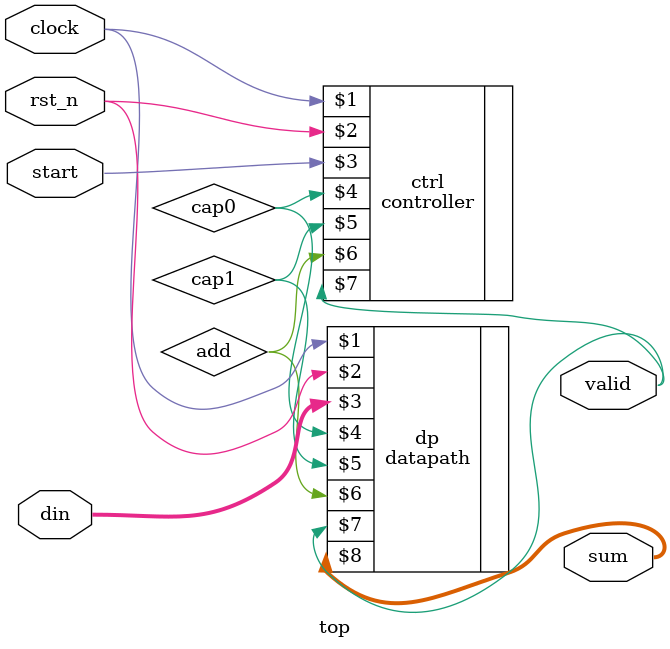
<source format=v>
module top (
  input clock, rst_n,
  input [3:0] din,
  input start,
  output valid,
  output [4:0] sum
);

  wire cap0, cap1, add;

  datapath dp (
    clock,
    rst_n,
    din,
    cap0,
    cap1,
    add,
    valid,
    sum
  );

  controller ctrl (
    clock,
    rst_n,
    start,
    cap0,
    cap1,
    add,
    valid
  );

endmodule

</source>
